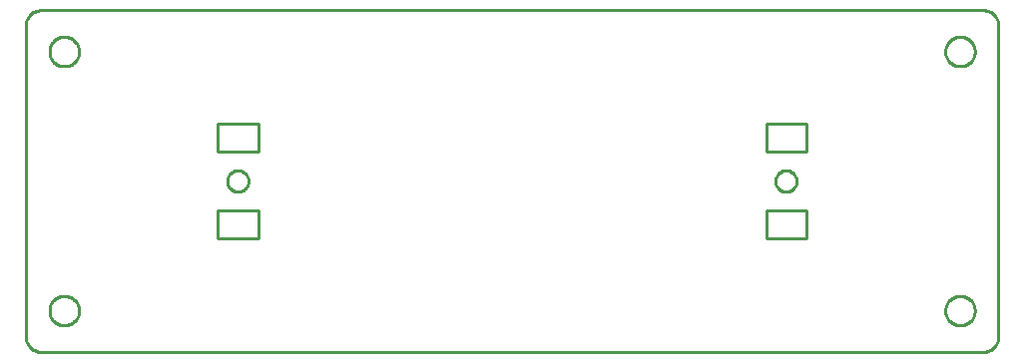
<source format=gbr>
G04 EAGLE Gerber X2 export*
%TF.Part,Single*%
%TF.FileFunction,Profile,NP*%
%TF.FilePolarity,Positive*%
%TF.GenerationSoftware,Autodesk,EAGLE,9.1.0*%
%TF.CreationDate,2020-08-17T16:32:54Z*%
G75*
%MOMM*%
%FSLAX34Y34*%
%LPD*%
%AMOC8*
5,1,8,0,0,1.08239X$1,22.5*%
G01*
%ADD10C,0.254000*%


D10*
X200Y12700D02*
X248Y11593D01*
X393Y10495D01*
X633Y9413D01*
X966Y8356D01*
X1390Y7333D01*
X1901Y6350D01*
X2497Y5416D01*
X3171Y4537D01*
X3920Y3720D01*
X4737Y2971D01*
X5616Y2297D01*
X6550Y1701D01*
X7533Y1190D01*
X8556Y766D01*
X9613Y433D01*
X10695Y193D01*
X11793Y48D01*
X12900Y0D01*
X812500Y0D01*
X813607Y48D01*
X814705Y193D01*
X815787Y433D01*
X816844Y766D01*
X817867Y1190D01*
X818850Y1701D01*
X819784Y2297D01*
X820663Y2971D01*
X821480Y3720D01*
X822229Y4537D01*
X822903Y5416D01*
X823499Y6350D01*
X824010Y7333D01*
X824434Y8356D01*
X824767Y9413D01*
X825007Y10495D01*
X825152Y11593D01*
X825200Y12700D01*
X825200Y277300D01*
X825152Y278407D01*
X825007Y279505D01*
X824767Y280587D01*
X824434Y281644D01*
X824010Y282667D01*
X823499Y283650D01*
X822903Y284584D01*
X822229Y285463D01*
X821480Y286280D01*
X820663Y287029D01*
X819784Y287703D01*
X818850Y288299D01*
X817867Y288810D01*
X816844Y289234D01*
X815787Y289567D01*
X814705Y289807D01*
X813607Y289952D01*
X812500Y290000D01*
X12900Y290000D01*
X11793Y289952D01*
X10695Y289807D01*
X9613Y289567D01*
X8556Y289234D01*
X7533Y288810D01*
X6550Y288299D01*
X5616Y287703D01*
X4737Y287029D01*
X3920Y286280D01*
X3171Y285463D01*
X2497Y284584D01*
X1901Y283650D01*
X1390Y282667D01*
X966Y281644D01*
X633Y280587D01*
X393Y279505D01*
X248Y278407D01*
X200Y277300D01*
X200Y12700D01*
X628200Y170000D02*
X662200Y170000D01*
X662200Y194000D01*
X628200Y194000D01*
X628200Y170000D01*
X163200Y96000D02*
X197200Y96000D01*
X197200Y120000D01*
X163200Y120000D01*
X163200Y96000D01*
X163200Y170000D02*
X197200Y170000D01*
X197200Y194000D01*
X163200Y194000D01*
X163200Y170000D01*
X628200Y96000D02*
X662200Y96000D01*
X662200Y120000D01*
X628200Y120000D01*
X628200Y96000D01*
X45200Y254509D02*
X45200Y255491D01*
X45123Y256470D01*
X44969Y257441D01*
X44740Y258396D01*
X44436Y259330D01*
X44061Y260237D01*
X43615Y261112D01*
X43101Y261950D01*
X42524Y262745D01*
X41886Y263492D01*
X41192Y264186D01*
X40445Y264824D01*
X39650Y265401D01*
X38812Y265915D01*
X37937Y266361D01*
X37030Y266736D01*
X36096Y267040D01*
X35141Y267269D01*
X34170Y267423D01*
X33191Y267500D01*
X32209Y267500D01*
X31230Y267423D01*
X30260Y267269D01*
X29304Y267040D01*
X28370Y266736D01*
X27463Y266361D01*
X26588Y265915D01*
X25750Y265401D01*
X24955Y264824D01*
X24208Y264186D01*
X23514Y263492D01*
X22876Y262745D01*
X22299Y261950D01*
X21785Y261112D01*
X21339Y260237D01*
X20964Y259330D01*
X20660Y258396D01*
X20431Y257441D01*
X20277Y256470D01*
X20200Y255491D01*
X20200Y254509D01*
X20277Y253530D01*
X20431Y252560D01*
X20660Y251604D01*
X20964Y250670D01*
X21339Y249763D01*
X21785Y248888D01*
X22299Y248050D01*
X22876Y247255D01*
X23514Y246508D01*
X24208Y245814D01*
X24955Y245176D01*
X25750Y244599D01*
X26588Y244085D01*
X27463Y243639D01*
X28370Y243264D01*
X29304Y242960D01*
X30260Y242731D01*
X31230Y242577D01*
X32209Y242500D01*
X33191Y242500D01*
X34170Y242577D01*
X35141Y242731D01*
X36096Y242960D01*
X37030Y243264D01*
X37937Y243639D01*
X38812Y244085D01*
X39650Y244599D01*
X40445Y245176D01*
X41192Y245814D01*
X41886Y246508D01*
X42524Y247255D01*
X43101Y248050D01*
X43615Y248888D01*
X44061Y249763D01*
X44436Y250670D01*
X44740Y251604D01*
X44969Y252560D01*
X45123Y253530D01*
X45200Y254509D01*
X805200Y34509D02*
X805200Y35491D01*
X805123Y36470D01*
X804969Y37441D01*
X804740Y38396D01*
X804436Y39330D01*
X804061Y40237D01*
X803615Y41112D01*
X803101Y41950D01*
X802524Y42745D01*
X801886Y43492D01*
X801192Y44186D01*
X800445Y44824D01*
X799650Y45401D01*
X798812Y45915D01*
X797937Y46361D01*
X797030Y46736D01*
X796096Y47040D01*
X795141Y47269D01*
X794170Y47423D01*
X793191Y47500D01*
X792209Y47500D01*
X791230Y47423D01*
X790260Y47269D01*
X789304Y47040D01*
X788370Y46736D01*
X787463Y46361D01*
X786588Y45915D01*
X785750Y45401D01*
X784955Y44824D01*
X784208Y44186D01*
X783514Y43492D01*
X782876Y42745D01*
X782299Y41950D01*
X781785Y41112D01*
X781339Y40237D01*
X780964Y39330D01*
X780660Y38396D01*
X780431Y37441D01*
X780277Y36470D01*
X780200Y35491D01*
X780200Y34509D01*
X780277Y33530D01*
X780431Y32560D01*
X780660Y31604D01*
X780964Y30670D01*
X781339Y29763D01*
X781785Y28888D01*
X782299Y28050D01*
X782876Y27255D01*
X783514Y26508D01*
X784208Y25814D01*
X784955Y25176D01*
X785750Y24599D01*
X786588Y24085D01*
X787463Y23639D01*
X788370Y23264D01*
X789304Y22960D01*
X790260Y22731D01*
X791230Y22577D01*
X792209Y22500D01*
X793191Y22500D01*
X794170Y22577D01*
X795141Y22731D01*
X796096Y22960D01*
X797030Y23264D01*
X797937Y23639D01*
X798812Y24085D01*
X799650Y24599D01*
X800445Y25176D01*
X801192Y25814D01*
X801886Y26508D01*
X802524Y27255D01*
X803101Y28050D01*
X803615Y28888D01*
X804061Y29763D01*
X804436Y30670D01*
X804740Y31604D01*
X804969Y32560D01*
X805123Y33530D01*
X805200Y34509D01*
X805200Y254509D02*
X805200Y255491D01*
X805123Y256470D01*
X804969Y257441D01*
X804740Y258396D01*
X804436Y259330D01*
X804061Y260237D01*
X803615Y261112D01*
X803101Y261950D01*
X802524Y262745D01*
X801886Y263492D01*
X801192Y264186D01*
X800445Y264824D01*
X799650Y265401D01*
X798812Y265915D01*
X797937Y266361D01*
X797030Y266736D01*
X796096Y267040D01*
X795141Y267269D01*
X794170Y267423D01*
X793191Y267500D01*
X792209Y267500D01*
X791230Y267423D01*
X790260Y267269D01*
X789304Y267040D01*
X788370Y266736D01*
X787463Y266361D01*
X786588Y265915D01*
X785750Y265401D01*
X784955Y264824D01*
X784208Y264186D01*
X783514Y263492D01*
X782876Y262745D01*
X782299Y261950D01*
X781785Y261112D01*
X781339Y260237D01*
X780964Y259330D01*
X780660Y258396D01*
X780431Y257441D01*
X780277Y256470D01*
X780200Y255491D01*
X780200Y254509D01*
X780277Y253530D01*
X780431Y252560D01*
X780660Y251604D01*
X780964Y250670D01*
X781339Y249763D01*
X781785Y248888D01*
X782299Y248050D01*
X782876Y247255D01*
X783514Y246508D01*
X784208Y245814D01*
X784955Y245176D01*
X785750Y244599D01*
X786588Y244085D01*
X787463Y243639D01*
X788370Y243264D01*
X789304Y242960D01*
X790260Y242731D01*
X791230Y242577D01*
X792209Y242500D01*
X793191Y242500D01*
X794170Y242577D01*
X795141Y242731D01*
X796096Y242960D01*
X797030Y243264D01*
X797937Y243639D01*
X798812Y244085D01*
X799650Y244599D01*
X800445Y245176D01*
X801192Y245814D01*
X801886Y246508D01*
X802524Y247255D01*
X803101Y248050D01*
X803615Y248888D01*
X804061Y249763D01*
X804436Y250670D01*
X804740Y251604D01*
X804969Y252560D01*
X805123Y253530D01*
X805200Y254509D01*
X45200Y34509D02*
X45200Y35491D01*
X45123Y36470D01*
X44969Y37441D01*
X44740Y38396D01*
X44436Y39330D01*
X44061Y40237D01*
X43615Y41112D01*
X43101Y41950D01*
X42524Y42745D01*
X41886Y43492D01*
X41192Y44186D01*
X40445Y44824D01*
X39650Y45401D01*
X38812Y45915D01*
X37937Y46361D01*
X37030Y46736D01*
X36096Y47040D01*
X35141Y47269D01*
X34170Y47423D01*
X33191Y47500D01*
X32209Y47500D01*
X31230Y47423D01*
X30260Y47269D01*
X29304Y47040D01*
X28370Y46736D01*
X27463Y46361D01*
X26588Y45915D01*
X25750Y45401D01*
X24955Y44824D01*
X24208Y44186D01*
X23514Y43492D01*
X22876Y42745D01*
X22299Y41950D01*
X21785Y41112D01*
X21339Y40237D01*
X20964Y39330D01*
X20660Y38396D01*
X20431Y37441D01*
X20277Y36470D01*
X20200Y35491D01*
X20200Y34509D01*
X20277Y33530D01*
X20431Y32560D01*
X20660Y31604D01*
X20964Y30670D01*
X21339Y29763D01*
X21785Y28888D01*
X22299Y28050D01*
X22876Y27255D01*
X23514Y26508D01*
X24208Y25814D01*
X24955Y25176D01*
X25750Y24599D01*
X26588Y24085D01*
X27463Y23639D01*
X28370Y23264D01*
X29304Y22960D01*
X30260Y22731D01*
X31230Y22577D01*
X32209Y22500D01*
X33191Y22500D01*
X34170Y22577D01*
X35141Y22731D01*
X36096Y22960D01*
X37030Y23264D01*
X37937Y23639D01*
X38812Y24085D01*
X39650Y24599D01*
X40445Y25176D01*
X41192Y25814D01*
X41886Y26508D01*
X42524Y27255D01*
X43101Y28050D01*
X43615Y28888D01*
X44061Y29763D01*
X44436Y30670D01*
X44740Y31604D01*
X44969Y32560D01*
X45123Y33530D01*
X45200Y34509D01*
X189000Y144607D02*
X189000Y145393D01*
X188932Y146176D01*
X188795Y146950D01*
X188592Y147709D01*
X188323Y148447D01*
X187991Y149160D01*
X187598Y149840D01*
X187147Y150484D01*
X186642Y151086D01*
X186086Y151642D01*
X185484Y152147D01*
X184840Y152598D01*
X184160Y152991D01*
X183447Y153323D01*
X182709Y153592D01*
X181950Y153795D01*
X181176Y153932D01*
X180393Y154000D01*
X179607Y154000D01*
X178824Y153932D01*
X178050Y153795D01*
X177291Y153592D01*
X176553Y153323D01*
X175840Y152991D01*
X175160Y152598D01*
X174516Y152147D01*
X173914Y151642D01*
X173358Y151086D01*
X172853Y150484D01*
X172402Y149840D01*
X172009Y149160D01*
X171677Y148447D01*
X171408Y147709D01*
X171205Y146950D01*
X171069Y146176D01*
X171000Y145393D01*
X171000Y144607D01*
X171069Y143824D01*
X171205Y143050D01*
X171408Y142291D01*
X171677Y141553D01*
X172009Y140840D01*
X172402Y140160D01*
X172853Y139516D01*
X173358Y138914D01*
X173914Y138358D01*
X174516Y137853D01*
X175160Y137402D01*
X175840Y137009D01*
X176553Y136677D01*
X177291Y136408D01*
X178050Y136205D01*
X178824Y136069D01*
X179607Y136000D01*
X180393Y136000D01*
X181176Y136069D01*
X181950Y136205D01*
X182709Y136408D01*
X183447Y136677D01*
X184160Y137009D01*
X184840Y137402D01*
X185484Y137853D01*
X186086Y138358D01*
X186642Y138914D01*
X187147Y139516D01*
X187598Y140160D01*
X187991Y140840D01*
X188323Y141553D01*
X188592Y142291D01*
X188795Y143050D01*
X188932Y143824D01*
X189000Y144607D01*
X654000Y144607D02*
X654000Y145393D01*
X653932Y146176D01*
X653795Y146950D01*
X653592Y147709D01*
X653323Y148447D01*
X652991Y149160D01*
X652598Y149840D01*
X652147Y150484D01*
X651642Y151086D01*
X651086Y151642D01*
X650484Y152147D01*
X649840Y152598D01*
X649160Y152991D01*
X648447Y153323D01*
X647709Y153592D01*
X646950Y153795D01*
X646176Y153932D01*
X645393Y154000D01*
X644607Y154000D01*
X643824Y153932D01*
X643050Y153795D01*
X642291Y153592D01*
X641553Y153323D01*
X640840Y152991D01*
X640160Y152598D01*
X639516Y152147D01*
X638914Y151642D01*
X638358Y151086D01*
X637853Y150484D01*
X637402Y149840D01*
X637009Y149160D01*
X636677Y148447D01*
X636408Y147709D01*
X636205Y146950D01*
X636069Y146176D01*
X636000Y145393D01*
X636000Y144607D01*
X636069Y143824D01*
X636205Y143050D01*
X636408Y142291D01*
X636677Y141553D01*
X637009Y140840D01*
X637402Y140160D01*
X637853Y139516D01*
X638358Y138914D01*
X638914Y138358D01*
X639516Y137853D01*
X640160Y137402D01*
X640840Y137009D01*
X641553Y136677D01*
X642291Y136408D01*
X643050Y136205D01*
X643824Y136069D01*
X644607Y136000D01*
X645393Y136000D01*
X646176Y136069D01*
X646950Y136205D01*
X647709Y136408D01*
X648447Y136677D01*
X649160Y137009D01*
X649840Y137402D01*
X650484Y137853D01*
X651086Y138358D01*
X651642Y138914D01*
X652147Y139516D01*
X652598Y140160D01*
X652991Y140840D01*
X653323Y141553D01*
X653592Y142291D01*
X653795Y143050D01*
X653932Y143824D01*
X654000Y144607D01*
M02*

</source>
